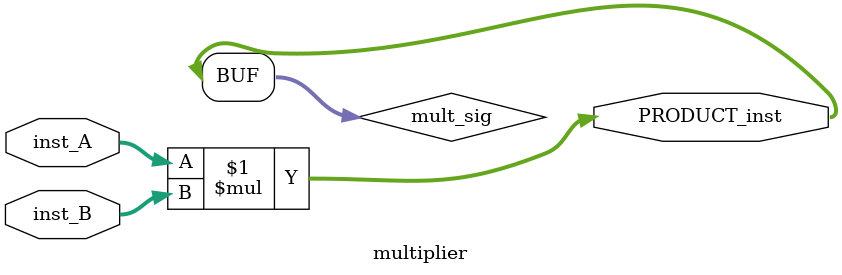
<source format=v>


// The result of translation follows.  Its copyright status should be
// considered unchanged from the original VHDL.

// no timescale needed

module multiplier(
input wire [inst_width1 - 1:0] inst_A,
input wire [inst_width2 - 1:0] inst_B,
output wire [inst_width1 + inst_width2 - 1:0] PRODUCT_inst
);

parameter [31:0] inst_width1=16;
parameter [31:0] inst_width2=16;



wire [inst_width1 + inst_width2 - 1:0] mult_sig;

  assign mult_sig = ((inst_A)) * ((inst_B));
  assign PRODUCT_inst = (mult_sig);

endmodule

</source>
